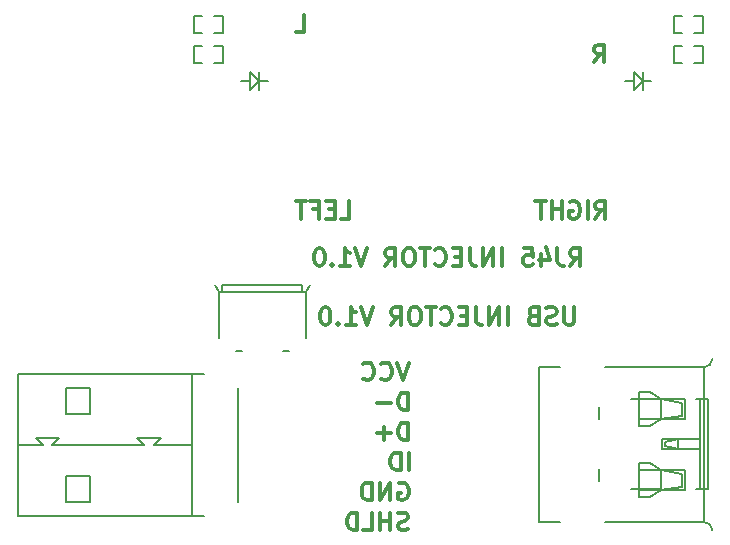
<source format=gbr>
G04 #@! TF.FileFunction,Legend,Bot*
%FSLAX46Y46*%
G04 Gerber Fmt 4.6, Leading zero omitted, Abs format (unit mm)*
G04 Created by KiCad (PCBNEW (2015-01-08 BZR 5360)-product) date 2015-01-22T23:58:58 CET*
%MOMM*%
G01*
G04 APERTURE LIST*
%ADD10C,0.100000*%
%ADD11C,0.300000*%
%ADD12C,0.200000*%
%ADD13C,0.150000*%
G04 APERTURE END LIST*
D10*
D11*
X92857142Y-82678571D02*
X93357142Y-81964286D01*
X93714285Y-82678571D02*
X93714285Y-81178571D01*
X93142857Y-81178571D01*
X92999999Y-81250000D01*
X92928571Y-81321429D01*
X92857142Y-81464286D01*
X92857142Y-81678571D01*
X92928571Y-81821429D01*
X92999999Y-81892857D01*
X93142857Y-81964286D01*
X93714285Y-81964286D01*
X91785714Y-81178571D02*
X91785714Y-82250000D01*
X91857142Y-82464286D01*
X91999999Y-82607143D01*
X92214285Y-82678571D01*
X92357142Y-82678571D01*
X90428571Y-81678571D02*
X90428571Y-82678571D01*
X90785714Y-81107143D02*
X91142857Y-82178571D01*
X90214285Y-82178571D01*
X88928571Y-81178571D02*
X89642857Y-81178571D01*
X89714286Y-81892857D01*
X89642857Y-81821429D01*
X89500000Y-81750000D01*
X89142857Y-81750000D01*
X89000000Y-81821429D01*
X88928571Y-81892857D01*
X88857143Y-82035714D01*
X88857143Y-82392857D01*
X88928571Y-82535714D01*
X89000000Y-82607143D01*
X89142857Y-82678571D01*
X89500000Y-82678571D01*
X89642857Y-82607143D01*
X89714286Y-82535714D01*
X87071429Y-82678571D02*
X87071429Y-81178571D01*
X86357143Y-82678571D02*
X86357143Y-81178571D01*
X85500000Y-82678571D01*
X85500000Y-81178571D01*
X84357143Y-81178571D02*
X84357143Y-82250000D01*
X84428571Y-82464286D01*
X84571428Y-82607143D01*
X84785714Y-82678571D01*
X84928571Y-82678571D01*
X83642857Y-81892857D02*
X83142857Y-81892857D01*
X82928571Y-82678571D02*
X83642857Y-82678571D01*
X83642857Y-81178571D01*
X82928571Y-81178571D01*
X81428571Y-82535714D02*
X81500000Y-82607143D01*
X81714286Y-82678571D01*
X81857143Y-82678571D01*
X82071428Y-82607143D01*
X82214286Y-82464286D01*
X82285714Y-82321429D01*
X82357143Y-82035714D01*
X82357143Y-81821429D01*
X82285714Y-81535714D01*
X82214286Y-81392857D01*
X82071428Y-81250000D01*
X81857143Y-81178571D01*
X81714286Y-81178571D01*
X81500000Y-81250000D01*
X81428571Y-81321429D01*
X81000000Y-81178571D02*
X80142857Y-81178571D01*
X80571428Y-82678571D02*
X80571428Y-81178571D01*
X79357143Y-81178571D02*
X79071429Y-81178571D01*
X78928571Y-81250000D01*
X78785714Y-81392857D01*
X78714286Y-81678571D01*
X78714286Y-82178571D01*
X78785714Y-82464286D01*
X78928571Y-82607143D01*
X79071429Y-82678571D01*
X79357143Y-82678571D01*
X79500000Y-82607143D01*
X79642857Y-82464286D01*
X79714286Y-82178571D01*
X79714286Y-81678571D01*
X79642857Y-81392857D01*
X79500000Y-81250000D01*
X79357143Y-81178571D01*
X77214285Y-82678571D02*
X77714285Y-81964286D01*
X78071428Y-82678571D02*
X78071428Y-81178571D01*
X77500000Y-81178571D01*
X77357142Y-81250000D01*
X77285714Y-81321429D01*
X77214285Y-81464286D01*
X77214285Y-81678571D01*
X77285714Y-81821429D01*
X77357142Y-81892857D01*
X77500000Y-81964286D01*
X78071428Y-81964286D01*
X75642857Y-81178571D02*
X75142857Y-82678571D01*
X74642857Y-81178571D01*
X73357143Y-82678571D02*
X74214286Y-82678571D01*
X73785714Y-82678571D02*
X73785714Y-81178571D01*
X73928571Y-81392857D01*
X74071429Y-81535714D01*
X74214286Y-81607143D01*
X72714286Y-82535714D02*
X72642858Y-82607143D01*
X72714286Y-82678571D01*
X72785715Y-82607143D01*
X72714286Y-82535714D01*
X72714286Y-82678571D01*
X71714286Y-81178571D02*
X71571429Y-81178571D01*
X71428572Y-81250000D01*
X71357143Y-81321429D01*
X71285714Y-81464286D01*
X71214286Y-81750000D01*
X71214286Y-82107143D01*
X71285714Y-82392857D01*
X71357143Y-82535714D01*
X71428572Y-82607143D01*
X71571429Y-82678571D01*
X71714286Y-82678571D01*
X71857143Y-82607143D01*
X71928572Y-82535714D01*
X72000000Y-82392857D01*
X72071429Y-82107143D01*
X72071429Y-81750000D01*
X72000000Y-81464286D01*
X71928572Y-81321429D01*
X71857143Y-81250000D01*
X71714286Y-81178571D01*
D12*
X98250000Y-67000000D02*
X97500000Y-67000000D01*
X99000000Y-67000000D02*
X99750000Y-67000000D01*
X99000000Y-67750000D02*
X99000000Y-66250000D01*
X98250000Y-66250000D02*
X98250000Y-67750000D01*
X99000000Y-67000000D02*
X98250000Y-66250000D01*
X98250000Y-67750000D02*
X99000000Y-67000000D01*
X65750000Y-67750000D02*
X66500000Y-67000000D01*
X66500000Y-67000000D02*
X65750000Y-66250000D01*
X65750000Y-66250000D02*
X65750000Y-67750000D01*
X66500000Y-67750000D02*
X66500000Y-66250000D01*
X66500000Y-67000000D02*
X67250000Y-67000000D01*
X65750000Y-67000000D02*
X65000000Y-67000000D01*
D11*
X94912714Y-65448571D02*
X95412714Y-64734286D01*
X95769857Y-65448571D02*
X95769857Y-63948571D01*
X95198429Y-63948571D01*
X95055571Y-64020000D01*
X94984143Y-64091429D01*
X94912714Y-64234286D01*
X94912714Y-64448571D01*
X94984143Y-64591429D01*
X95055571Y-64662857D01*
X95198429Y-64734286D01*
X95769857Y-64734286D01*
X69639714Y-62908571D02*
X70354000Y-62908571D01*
X70354000Y-61408571D01*
X73428571Y-78678571D02*
X74142857Y-78678571D01*
X74142857Y-77178571D01*
X72928571Y-77892857D02*
X72428571Y-77892857D01*
X72214285Y-78678571D02*
X72928571Y-78678571D01*
X72928571Y-77178571D01*
X72214285Y-77178571D01*
X71071428Y-77892857D02*
X71571428Y-77892857D01*
X71571428Y-78678571D02*
X71571428Y-77178571D01*
X70857142Y-77178571D01*
X70500000Y-77178571D02*
X69642857Y-77178571D01*
X70071428Y-78678571D02*
X70071428Y-77178571D01*
X95000000Y-78678571D02*
X95500000Y-77964286D01*
X95857143Y-78678571D02*
X95857143Y-77178571D01*
X95285715Y-77178571D01*
X95142857Y-77250000D01*
X95071429Y-77321429D01*
X95000000Y-77464286D01*
X95000000Y-77678571D01*
X95071429Y-77821429D01*
X95142857Y-77892857D01*
X95285715Y-77964286D01*
X95857143Y-77964286D01*
X94357143Y-78678571D02*
X94357143Y-77178571D01*
X92857143Y-77250000D02*
X93000000Y-77178571D01*
X93214286Y-77178571D01*
X93428571Y-77250000D01*
X93571429Y-77392857D01*
X93642857Y-77535714D01*
X93714286Y-77821429D01*
X93714286Y-78035714D01*
X93642857Y-78321429D01*
X93571429Y-78464286D01*
X93428571Y-78607143D01*
X93214286Y-78678571D01*
X93071429Y-78678571D01*
X92857143Y-78607143D01*
X92785714Y-78535714D01*
X92785714Y-78035714D01*
X93071429Y-78035714D01*
X92142857Y-78678571D02*
X92142857Y-77178571D01*
X92142857Y-77892857D02*
X91285714Y-77892857D01*
X91285714Y-78678571D02*
X91285714Y-77178571D01*
X90785714Y-77178571D02*
X89928571Y-77178571D01*
X90357142Y-78678571D02*
X90357142Y-77178571D01*
X93214285Y-86178571D02*
X93214285Y-87392857D01*
X93142857Y-87535714D01*
X93071428Y-87607143D01*
X92928571Y-87678571D01*
X92642857Y-87678571D01*
X92499999Y-87607143D01*
X92428571Y-87535714D01*
X92357142Y-87392857D01*
X92357142Y-86178571D01*
X91714285Y-87607143D02*
X91499999Y-87678571D01*
X91142856Y-87678571D01*
X90999999Y-87607143D01*
X90928570Y-87535714D01*
X90857142Y-87392857D01*
X90857142Y-87250000D01*
X90928570Y-87107143D01*
X90999999Y-87035714D01*
X91142856Y-86964286D01*
X91428570Y-86892857D01*
X91571428Y-86821429D01*
X91642856Y-86750000D01*
X91714285Y-86607143D01*
X91714285Y-86464286D01*
X91642856Y-86321429D01*
X91571428Y-86250000D01*
X91428570Y-86178571D01*
X91071428Y-86178571D01*
X90857142Y-86250000D01*
X89714285Y-86892857D02*
X89499999Y-86964286D01*
X89428571Y-87035714D01*
X89357142Y-87178571D01*
X89357142Y-87392857D01*
X89428571Y-87535714D01*
X89499999Y-87607143D01*
X89642857Y-87678571D01*
X90214285Y-87678571D01*
X90214285Y-86178571D01*
X89714285Y-86178571D01*
X89571428Y-86250000D01*
X89499999Y-86321429D01*
X89428571Y-86464286D01*
X89428571Y-86607143D01*
X89499999Y-86750000D01*
X89571428Y-86821429D01*
X89714285Y-86892857D01*
X90214285Y-86892857D01*
X87571428Y-87678571D02*
X87571428Y-86178571D01*
X86857142Y-87678571D02*
X86857142Y-86178571D01*
X85999999Y-87678571D01*
X85999999Y-86178571D01*
X84857142Y-86178571D02*
X84857142Y-87250000D01*
X84928570Y-87464286D01*
X85071427Y-87607143D01*
X85285713Y-87678571D01*
X85428570Y-87678571D01*
X84142856Y-86892857D02*
X83642856Y-86892857D01*
X83428570Y-87678571D02*
X84142856Y-87678571D01*
X84142856Y-86178571D01*
X83428570Y-86178571D01*
X81928570Y-87535714D02*
X81999999Y-87607143D01*
X82214285Y-87678571D01*
X82357142Y-87678571D01*
X82571427Y-87607143D01*
X82714285Y-87464286D01*
X82785713Y-87321429D01*
X82857142Y-87035714D01*
X82857142Y-86821429D01*
X82785713Y-86535714D01*
X82714285Y-86392857D01*
X82571427Y-86250000D01*
X82357142Y-86178571D01*
X82214285Y-86178571D01*
X81999999Y-86250000D01*
X81928570Y-86321429D01*
X81499999Y-86178571D02*
X80642856Y-86178571D01*
X81071427Y-87678571D02*
X81071427Y-86178571D01*
X79857142Y-86178571D02*
X79571428Y-86178571D01*
X79428570Y-86250000D01*
X79285713Y-86392857D01*
X79214285Y-86678571D01*
X79214285Y-87178571D01*
X79285713Y-87464286D01*
X79428570Y-87607143D01*
X79571428Y-87678571D01*
X79857142Y-87678571D01*
X79999999Y-87607143D01*
X80142856Y-87464286D01*
X80214285Y-87178571D01*
X80214285Y-86678571D01*
X80142856Y-86392857D01*
X79999999Y-86250000D01*
X79857142Y-86178571D01*
X77714284Y-87678571D02*
X78214284Y-86964286D01*
X78571427Y-87678571D02*
X78571427Y-86178571D01*
X77999999Y-86178571D01*
X77857141Y-86250000D01*
X77785713Y-86321429D01*
X77714284Y-86464286D01*
X77714284Y-86678571D01*
X77785713Y-86821429D01*
X77857141Y-86892857D01*
X77999999Y-86964286D01*
X78571427Y-86964286D01*
X76142856Y-86178571D02*
X75642856Y-87678571D01*
X75142856Y-86178571D01*
X73857142Y-87678571D02*
X74714285Y-87678571D01*
X74285713Y-87678571D02*
X74285713Y-86178571D01*
X74428570Y-86392857D01*
X74571428Y-86535714D01*
X74714285Y-86607143D01*
X73214285Y-87535714D02*
X73142857Y-87607143D01*
X73214285Y-87678571D01*
X73285714Y-87607143D01*
X73214285Y-87535714D01*
X73214285Y-87678571D01*
X72214285Y-86178571D02*
X72071428Y-86178571D01*
X71928571Y-86250000D01*
X71857142Y-86321429D01*
X71785713Y-86464286D01*
X71714285Y-86750000D01*
X71714285Y-87107143D01*
X71785713Y-87392857D01*
X71857142Y-87535714D01*
X71928571Y-87607143D01*
X72071428Y-87678571D01*
X72214285Y-87678571D01*
X72357142Y-87607143D01*
X72428571Y-87535714D01*
X72499999Y-87392857D01*
X72571428Y-87107143D01*
X72571428Y-86750000D01*
X72499999Y-86464286D01*
X72428571Y-86321429D01*
X72357142Y-86250000D01*
X72214285Y-86178571D01*
X79136429Y-104982143D02*
X78922143Y-105053571D01*
X78565000Y-105053571D01*
X78422143Y-104982143D01*
X78350714Y-104910714D01*
X78279286Y-104767857D01*
X78279286Y-104625000D01*
X78350714Y-104482143D01*
X78422143Y-104410714D01*
X78565000Y-104339286D01*
X78850714Y-104267857D01*
X78993572Y-104196429D01*
X79065000Y-104125000D01*
X79136429Y-103982143D01*
X79136429Y-103839286D01*
X79065000Y-103696429D01*
X78993572Y-103625000D01*
X78850714Y-103553571D01*
X78493572Y-103553571D01*
X78279286Y-103625000D01*
X77636429Y-105053571D02*
X77636429Y-103553571D01*
X77636429Y-104267857D02*
X76779286Y-104267857D01*
X76779286Y-105053571D02*
X76779286Y-103553571D01*
X75350714Y-105053571D02*
X76065000Y-105053571D01*
X76065000Y-103553571D01*
X74850714Y-105053571D02*
X74850714Y-103553571D01*
X74493571Y-103553571D01*
X74279286Y-103625000D01*
X74136428Y-103767857D01*
X74065000Y-103910714D01*
X73993571Y-104196429D01*
X73993571Y-104410714D01*
X74065000Y-104696429D01*
X74136428Y-104839286D01*
X74279286Y-104982143D01*
X74493571Y-105053571D01*
X74850714Y-105053571D01*
X78342857Y-101085000D02*
X78485714Y-101013571D01*
X78700000Y-101013571D01*
X78914285Y-101085000D01*
X79057143Y-101227857D01*
X79128571Y-101370714D01*
X79200000Y-101656429D01*
X79200000Y-101870714D01*
X79128571Y-102156429D01*
X79057143Y-102299286D01*
X78914285Y-102442143D01*
X78700000Y-102513571D01*
X78557143Y-102513571D01*
X78342857Y-102442143D01*
X78271428Y-102370714D01*
X78271428Y-101870714D01*
X78557143Y-101870714D01*
X77628571Y-102513571D02*
X77628571Y-101013571D01*
X76771428Y-102513571D01*
X76771428Y-101013571D01*
X76057142Y-102513571D02*
X76057142Y-101013571D01*
X75699999Y-101013571D01*
X75485714Y-101085000D01*
X75342856Y-101227857D01*
X75271428Y-101370714D01*
X75199999Y-101656429D01*
X75199999Y-101870714D01*
X75271428Y-102156429D01*
X75342856Y-102299286D01*
X75485714Y-102442143D01*
X75699999Y-102513571D01*
X76057142Y-102513571D01*
X79220000Y-99973571D02*
X79220000Y-98473571D01*
X78505714Y-99973571D02*
X78505714Y-98473571D01*
X78148571Y-98473571D01*
X77934286Y-98545000D01*
X77791428Y-98687857D01*
X77720000Y-98830714D01*
X77648571Y-99116429D01*
X77648571Y-99330714D01*
X77720000Y-99616429D01*
X77791428Y-99759286D01*
X77934286Y-99902143D01*
X78148571Y-99973571D01*
X78505714Y-99973571D01*
X79156428Y-97433571D02*
X79156428Y-95933571D01*
X78799285Y-95933571D01*
X78585000Y-96005000D01*
X78442142Y-96147857D01*
X78370714Y-96290714D01*
X78299285Y-96576429D01*
X78299285Y-96790714D01*
X78370714Y-97076429D01*
X78442142Y-97219286D01*
X78585000Y-97362143D01*
X78799285Y-97433571D01*
X79156428Y-97433571D01*
X77656428Y-96862143D02*
X76513571Y-96862143D01*
X77085000Y-97433571D02*
X77085000Y-96290714D01*
X79156428Y-94893571D02*
X79156428Y-93393571D01*
X78799285Y-93393571D01*
X78585000Y-93465000D01*
X78442142Y-93607857D01*
X78370714Y-93750714D01*
X78299285Y-94036429D01*
X78299285Y-94250714D01*
X78370714Y-94536429D01*
X78442142Y-94679286D01*
X78585000Y-94822143D01*
X78799285Y-94893571D01*
X79156428Y-94893571D01*
X77656428Y-94322143D02*
X76513571Y-94322143D01*
X79200000Y-90853571D02*
X78700000Y-92353571D01*
X78200000Y-90853571D01*
X76842857Y-92210714D02*
X76914286Y-92282143D01*
X77128572Y-92353571D01*
X77271429Y-92353571D01*
X77485714Y-92282143D01*
X77628572Y-92139286D01*
X77700000Y-91996429D01*
X77771429Y-91710714D01*
X77771429Y-91496429D01*
X77700000Y-91210714D01*
X77628572Y-91067857D01*
X77485714Y-90925000D01*
X77271429Y-90853571D01*
X77128572Y-90853571D01*
X76914286Y-90925000D01*
X76842857Y-90996429D01*
X75342857Y-92210714D02*
X75414286Y-92282143D01*
X75628572Y-92353571D01*
X75771429Y-92353571D01*
X75985714Y-92282143D01*
X76128572Y-92139286D01*
X76200000Y-91996429D01*
X76271429Y-91710714D01*
X76271429Y-91496429D01*
X76200000Y-91210714D01*
X76128572Y-91067857D01*
X75985714Y-90925000D01*
X75771429Y-90853571D01*
X75628572Y-90853571D01*
X75414286Y-90925000D01*
X75342857Y-90996429D01*
D13*
X61729620Y-65468500D02*
X61023500Y-65468500D01*
X61023500Y-65468500D02*
X61023500Y-64071500D01*
X61023500Y-64071500D02*
X61729620Y-64071500D01*
X63436500Y-65468500D02*
X62730380Y-65468500D01*
X63436500Y-65468500D02*
X63436500Y-64071500D01*
X63436500Y-64071500D02*
X62730380Y-64071500D01*
X61729620Y-62928500D02*
X61023500Y-62928500D01*
X61023500Y-62928500D02*
X61023500Y-61531500D01*
X61023500Y-61531500D02*
X61729620Y-61531500D01*
X63436500Y-62928500D02*
X62730380Y-62928500D01*
X63436500Y-62928500D02*
X63436500Y-61531500D01*
X63436500Y-61531500D02*
X62730380Y-61531500D01*
X102369620Y-65468500D02*
X101663500Y-65468500D01*
X101663500Y-65468500D02*
X101663500Y-64071500D01*
X101663500Y-64071500D02*
X102369620Y-64071500D01*
X104076500Y-65468500D02*
X103370380Y-65468500D01*
X104076500Y-65468500D02*
X104076500Y-64071500D01*
X104076500Y-64071500D02*
X103370380Y-64071500D01*
X102369620Y-62928500D02*
X101663500Y-62928500D01*
X101663500Y-62928500D02*
X101663500Y-61531500D01*
X101663500Y-61531500D02*
X102369620Y-61531500D01*
X104076500Y-62928500D02*
X103370380Y-62928500D01*
X104076500Y-62928500D02*
X104076500Y-61531500D01*
X104076500Y-61531500D02*
X103370380Y-61531500D01*
X95800000Y-104350000D02*
X104200000Y-104350000D01*
X90200000Y-104350000D02*
X92000000Y-104350000D01*
X95800000Y-91250000D02*
X104200000Y-91250000D01*
X90200000Y-91250000D02*
X92000000Y-91250000D01*
X102600000Y-101650000D02*
X100650000Y-101650000D01*
X102600000Y-99950000D02*
X102600000Y-101650000D01*
X100600000Y-99950000D02*
X102600000Y-99950000D01*
X100600000Y-99950000D02*
X98700000Y-99950000D01*
X100650000Y-101650000D02*
X98700000Y-101650000D01*
X99650000Y-102250000D02*
X100550000Y-101650000D01*
X98700000Y-102250000D02*
X99650000Y-102250000D01*
X99650000Y-99350000D02*
X100550000Y-99950000D01*
X98700000Y-99350000D02*
X99650000Y-99350000D01*
X98700000Y-102250000D02*
X98700000Y-99350000D01*
X100550000Y-99950000D02*
X100550000Y-101650000D01*
X102300000Y-100250000D02*
X102300000Y-101350000D01*
X102300000Y-101350000D02*
X100550000Y-101650000D01*
X102300000Y-100250000D02*
X100550000Y-99950000D01*
X102300000Y-94250000D02*
X100550000Y-93950000D01*
X102300000Y-95350000D02*
X100550000Y-95650000D01*
X102300000Y-94250000D02*
X102300000Y-95350000D01*
X100550000Y-93950000D02*
X100550000Y-95650000D01*
X98700000Y-96250000D02*
X98700000Y-93350000D01*
X98700000Y-93350000D02*
X99650000Y-93350000D01*
X99650000Y-93350000D02*
X100550000Y-93950000D01*
X98700000Y-96250000D02*
X99650000Y-96250000D01*
X99650000Y-96250000D02*
X100550000Y-95650000D01*
X100650000Y-95650000D02*
X98700000Y-95650000D01*
X100600000Y-93950000D02*
X98700000Y-93950000D01*
X100600000Y-93950000D02*
X102600000Y-93950000D01*
X102600000Y-93950000D02*
X102600000Y-95650000D01*
X102600000Y-95650000D02*
X100650000Y-95650000D01*
X104200000Y-104350000D02*
G75*
G02X104900000Y-105050000I0J-700000D01*
G01*
X104900000Y-90550000D02*
G75*
G02X104200000Y-91250000I-700000J0D01*
G01*
X90200000Y-91250000D02*
X90200000Y-104350000D01*
X104200000Y-104350000D02*
X104200000Y-91250000D01*
X46140000Y-103860000D02*
X60870000Y-103850000D01*
X60890000Y-91850000D02*
X46140000Y-91850000D01*
X60870000Y-91850000D02*
X61900000Y-91850000D01*
X60870000Y-103850000D02*
X61900000Y-103850000D01*
X64780000Y-93000000D02*
X64780000Y-102700000D01*
X50200000Y-93050000D02*
X52200000Y-93050000D01*
X52200000Y-93050000D02*
X52200000Y-95250000D01*
X52200000Y-95250000D02*
X50200000Y-95250000D01*
X50200000Y-95250000D02*
X50200000Y-93050000D01*
X50200000Y-102650000D02*
X52200000Y-102650000D01*
X52200000Y-102650000D02*
X52200000Y-100450000D01*
X52200000Y-100450000D02*
X50200000Y-100450000D01*
X50200000Y-100450000D02*
X50200000Y-102650000D01*
X60800000Y-97850000D02*
X57600000Y-97850000D01*
X57600000Y-97850000D02*
X58200000Y-97250000D01*
X58200000Y-97250000D02*
X56200000Y-97250000D01*
X56200000Y-97250000D02*
X56800000Y-97850000D01*
X56800000Y-97850000D02*
X49000000Y-97850000D01*
X49000000Y-97850000D02*
X49600000Y-97250000D01*
X49600000Y-97250000D02*
X47600000Y-97250000D01*
X47600000Y-97250000D02*
X48200000Y-97850000D01*
X48200000Y-97850000D02*
X46200000Y-97850000D01*
X60870000Y-103850000D02*
X60870000Y-91850000D01*
X46140000Y-91850000D02*
X46140000Y-103850000D01*
X100550000Y-93900000D02*
X98050000Y-93900000D01*
X104550000Y-93900000D02*
X103550000Y-93900000D01*
X103550000Y-101600000D02*
X104550000Y-101600000D01*
X98050000Y-101600000D02*
X100550000Y-101600000D01*
X95300000Y-99850000D02*
X95300000Y-100900000D01*
X95300000Y-94600000D02*
X95300000Y-95650000D01*
X102000000Y-98150000D02*
X100900000Y-97950000D01*
X100900000Y-97950000D02*
X100900000Y-97550000D01*
X100900000Y-97550000D02*
X102000000Y-97300000D01*
X102000000Y-97300000D02*
X102000000Y-98200000D01*
X103850000Y-97300000D02*
X100650000Y-97300000D01*
X100650000Y-97300000D02*
X100650000Y-98200000D01*
X100650000Y-98200000D02*
X103850000Y-98200000D01*
X103850000Y-93900000D02*
X103850000Y-101600000D01*
X104550000Y-101600000D02*
X104550000Y-93900000D01*
X70500000Y-84900000D02*
X70500000Y-88800000D01*
X63100000Y-88800000D02*
X63100000Y-84900000D01*
X65050000Y-89900000D02*
X64550000Y-89900000D01*
X69050000Y-89900000D02*
X68550000Y-89900000D01*
X70200000Y-84300000D02*
X63400000Y-84300000D01*
X63400000Y-84300000D02*
X63400000Y-84900000D01*
X70200000Y-84300000D02*
X70200000Y-84900000D01*
X70500000Y-84900000D02*
X70800000Y-84300000D01*
X63100000Y-84900000D02*
X62800000Y-84300000D01*
X70500000Y-84900000D02*
X63100000Y-84900000D01*
M02*

</source>
